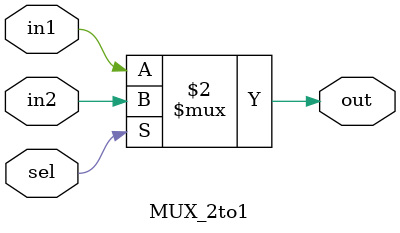
<source format=v>
`timescale 1ns / 1ps


module MUX_2to1 #(parameter WIDTH = 1) (in1, in2, sel, out);
    input [WIDTH-1:0] in1, in2;
    input sel;
    output [WIDTH-1:0] out;
    
    assign out = (sel == 1'b0) ? in1 : in2;
    
endmodule

</source>
